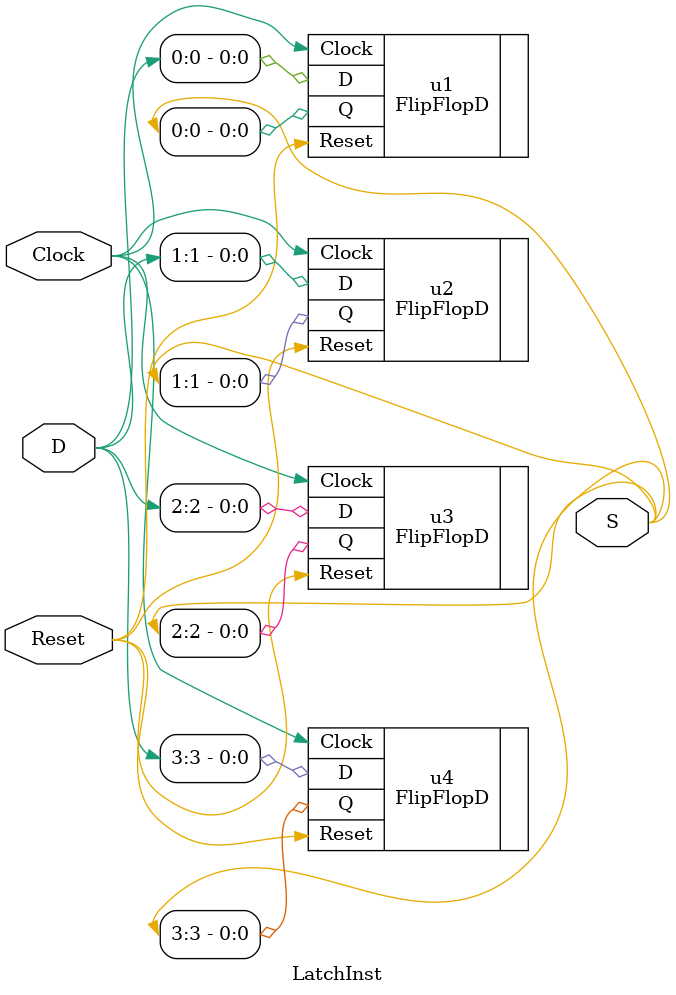
<source format=v>
`timescale 1ns / 1ps


module LatchInst(
    input Clock,
    input [3:0] D,
    input Reset,
    output [3:0] S
    );

FlipFlopD u1(
    .Clock(Clock),
    .Reset(Reset),
    .D(D[0]),
    .Q(S[0]));
    
FlipFlopD u2(
    .Clock(Clock),
    .Reset(Reset),
    .D(D[1]),
    .Q(S[1]));

FlipFlopD u3(
    .Clock(Clock),
    .Reset(Reset),
    .D(D[2]),
    .Q(S[2]));

FlipFlopD u4(
    .Clock(Clock),
    .Reset(Reset),
    .D(D[3]),
    .Q(S[3]));
endmodule

</source>
